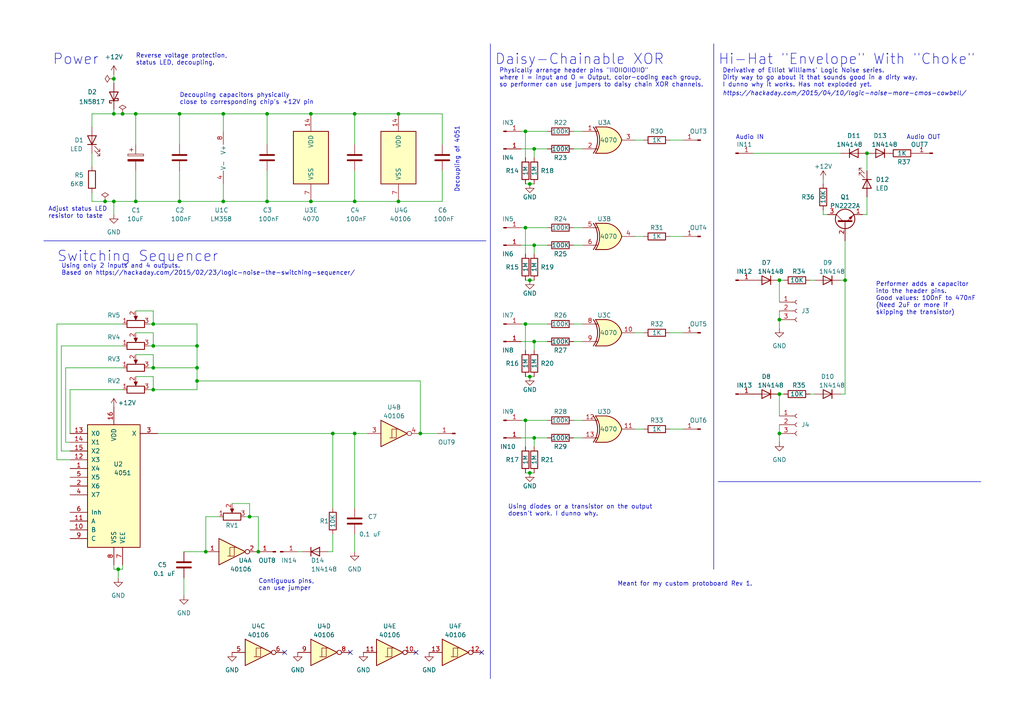
<source format=kicad_sch>
(kicad_sch (version 20220914) (generator eeschema)
  (paper "A4")
  (title_block (title "Percussions & Switching Sequencer") (date "2022-09-26") (rev "1E") (company "Aria Salvatrice"))
  (lib_symbols
    (symbol "4xxx:40106" (pin_names (offset 1.016))
      (property "Reference" "U" (at 0 1.27 0))
      (property "Value" "40106" (at 0 -1.27 0))
      (symbol "40106_1_0"
        (pin input line (at -7.62 0 0) (length 3.81) (name "~") (number "1"))
        (pin output inverted (at 7.62 0 180) (length 3.81) (name "~") (number "2"))
      )
      (symbol "40106_2_0"
        (pin input line (at -7.62 0 0) (length 3.81) (name "~") (number "3"))
        (pin output inverted (at 7.62 0 180) (length 3.81) (name "~") (number "4"))
      )
      (symbol "40106_3_0"
        (pin input line (at -7.62 0 0) (length 3.81) (name "~") (number "5"))
        (pin output inverted (at 7.62 0 180) (length 3.81) (name "~") (number "6"))
      )
      (symbol "40106_4_0"
        (pin output inverted (at 7.62 0 180) (length 3.81) (name "~") (number "8"))
        (pin input line (at -7.62 0 0) (length 3.81) (name "~") (number "9"))
      )
      (symbol "40106_5_0"
        (pin output inverted (at 7.62 0 180) (length 3.81) (name "~") (number "10"))
        (pin input line (at -7.62 0 0) (length 3.81) (name "~") (number "11"))
      )
      (symbol "40106_6_0"
        (pin output inverted (at 7.62 0 180) (length 3.81) (name "~") (number "12"))
        (pin input line (at -7.62 0 0) (length 3.81) (name "~") (number "13"))
      )
      (symbol "40106_7_0"
        (pin power_in line (at 0 12.7 270) (length 5.08) (name "VDD") (number "14"))
        (pin power_in line (at 0 -12.7 90) (length 5.08) (name "VSS") (number "7"))
      )
    )
    (symbol "4xxx:4051" (pin_names (offset 1.016))
      (property "Reference" "U" (at -7.62 19.05 0))
      (property "Value" "4051" (at -7.62 -19.05 0))
      (symbol "4051_1_0"
        (pin passive line (at -12.7 5.08 0) (length 5.08) (name "X4") (number "1"))
        (pin input line (at -12.7 -12.7 0) (length 5.08) (name "B") (number "10"))
        (pin input line (at -12.7 -10.16 0) (length 5.08) (name "A") (number "11"))
        (pin passive line (at -12.7 7.62 0) (length 5.08) (name "X3") (number "12"))
        (pin passive line (at -12.7 15.24 0) (length 5.08) (name "X0") (number "13"))
        (pin passive line (at -12.7 12.7 0) (length 5.08) (name "X1") (number "14"))
        (pin passive line (at -12.7 10.16 0) (length 5.08) (name "X2") (number "15"))
        (pin power_in line (at 0 22.86 270) (length 5.08) (name "VDD") (number "16"))
        (pin passive line (at -12.7 0 0) (length 5.08) (name "X6") (number "2"))
        (pin passive line (at 12.7 15.24 180) (length 5.08) (name "X") (number "3"))
        (pin passive line (at -12.7 -2.54 0) (length 5.08) (name "X7") (number "4"))
        (pin passive line (at -12.7 2.54 0) (length 5.08) (name "X5") (number "5"))
        (pin input line (at -12.7 -7.62 0) (length 5.08) (name "Inh") (number "6"))
        (pin power_in line (at 2.54 -22.86 90) (length 5.08) (name "VEE") (number "7"))
        (pin power_in line (at 0 -22.86 90) (length 5.08) (name "VSS") (number "8"))
        (pin input line (at -12.7 -15.24 0) (length 5.08) (name "C") (number "9"))
      )
    )
    (symbol "4xxx:4070" (pin_names (offset 1.016))
      (property "Reference" "U" (at 0 1.27 0))
      (property "Value" "4070" (at 0 -1.27 0))
      (symbol "4070_1_0"
        (pin input line (at -7.62 2.54 0) (length 4.445) (name "~") (number "1"))
        (pin input line (at -7.62 -2.54 0) (length 4.445) (name "~") (number "2"))
        (pin output line (at 7.62 0 180) (length 3.81) (name "~") (number "3"))
      )
      (symbol "4070_2_0"
        (pin output line (at 7.62 0 180) (length 3.81) (name "~") (number "4"))
        (pin input line (at -7.62 2.54 0) (length 4.445) (name "~") (number "5"))
        (pin input line (at -7.62 -2.54 0) (length 4.445) (name "~") (number "6"))
      )
      (symbol "4070_3_0"
        (pin output line (at 7.62 0 180) (length 3.81) (name "~") (number "10"))
        (pin input line (at -7.62 2.54 0) (length 4.445) (name "~") (number "8"))
        (pin input line (at -7.62 -2.54 0) (length 4.445) (name "~") (number "9"))
      )
      (symbol "4070_4_0"
        (pin output line (at 7.62 0 180) (length 3.81) (name "~") (number "11"))
        (pin input line (at -7.62 2.54 0) (length 4.445) (name "~") (number "12"))
        (pin input line (at -7.62 -2.54 0) (length 4.445) (name "~") (number "13"))
      )
      (symbol "4070_5_0"
        (pin power_in line (at 0 12.7 270) (length 5.08) (name "VDD") (number "14"))
        (pin power_in line (at 0 -12.7 90) (length 5.08) (name "VSS") (number "7"))
      )
    )
    (symbol "Amplifier_Operational:LM358" (pin_names (offset 0.127))
      (property "Reference" "U" (at 0 5.08 0))
      (property "Value" "LM358" (at 0 -5.08 0))
      (symbol "LM358_1_1"
        (pin output line (at 7.62 0 180) (length 2.54) (name "~") (number "1"))
        (pin input line (at -7.62 -2.54 0) (length 2.54) (name "-") (number "2"))
        (pin input line (at -7.62 2.54 0) (length 2.54) (name "+") (number "3"))
      )
      (symbol "LM358_2_1"
        (pin input line (at -7.62 2.54 0) (length 2.54) (name "+") (number "5"))
        (pin input line (at -7.62 -2.54 0) (length 2.54) (name "-") (number "6"))
        (pin output line (at 7.62 0 180) (length 2.54) (name "~") (number "7"))
      )
      (symbol "LM358_3_1"
        (pin power_in line (at -2.54 -7.62 90) (length 3.81) (name "V-") (number "4"))
        (pin power_in line (at -2.54 7.62 270) (length 3.81) (name "V+") (number "8"))
      )
    )
    (symbol "Connector:Conn_01x01_Male" (pin_names (offset 1.016) hide)
      (property "Reference" "J" (at 0 2.54 0))
      (property "Value" "Conn_01x01_Male" (at 0 -2.54 0))
      (symbol "Conn_01x01_Male_1_1"
        (pin passive line (at 5.08 0 180) (length 3.81) (name "Pin_1") (number "1"))
      )
    )
    (symbol "Connector:Conn_01x03_Female" (pin_names (offset 1.016) hide)
      (property "Reference" "J" (at 0 5.08 0))
      (property "Value" "Conn_01x03_Female" (at 0 -5.08 0))
      (symbol "Conn_01x03_Female_1_1"
        (pin passive line (at -5.08 2.54 0) (length 3.81) (name "Pin_1") (number "1"))
        (pin passive line (at -5.08 0 0) (length 3.81) (name "Pin_2") (number "2"))
        (pin passive line (at -5.08 -2.54 0) (length 3.81) (name "Pin_3") (number "3"))
      )
    )
    (symbol "Device:C" (pin_numbers hide) (pin_names (offset 0.254))
      (property "Reference" "C" (at 0.635 2.54 0))
      (property "Value" "C" (at 0.635 -2.54 0))
      (symbol "C_1_1"
        (pin passive line (at 0 3.81 270) (length 2.794) (name "~") (number "1"))
        (pin passive line (at 0 -3.81 90) (length 2.794) (name "~") (number "2"))
      )
    )
    (symbol "Device:C_Polarized" (pin_numbers hide) (pin_names (offset 0.254))
      (property "Reference" "C" (at 0.635 2.54 0))
      (property "Value" "C_Polarized" (at 0.635 -2.54 0))
      (symbol "C_Polarized_1_1"
        (pin passive line (at 0 3.81 270) (length 2.794) (name "~") (number "1"))
        (pin passive line (at 0 -3.81 90) (length 2.794) (name "~") (number "2"))
      )
    )
    (symbol "Device:LED" (pin_numbers hide) (pin_names (offset 1.016) hide)
      (property "Reference" "D" (at 0 2.54 0))
      (property "Value" "LED" (at 0 -2.54 0))
      (symbol "LED_1_1"
        (pin passive line (at -3.81 0 0) (length 2.54) (name "K") (number "1"))
        (pin passive line (at 3.81 0 180) (length 2.54) (name "A") (number "2"))
      )
    )
    (symbol "Device:R" (pin_numbers hide) (pin_names (offset 0))
      (property "Reference" "R" (at 2.032 0 90))
      (property "Value" "R" (at 0 0 90))
      (symbol "R_1_1"
        (pin passive line (at 0 3.81 270) (length 1.27) (name "~") (number "1"))
        (pin passive line (at 0 -3.81 90) (length 1.27) (name "~") (number "2"))
      )
    )
    (symbol "Device:R_Potentiometer" (pin_names (offset 1.016) hide)
      (property "Reference" "RV" (at -4.445 0 90))
      (property "Value" "R_Potentiometer" (at -2.54 0 90))
      (symbol "R_Potentiometer_1_1"
        (pin passive line (at 0 3.81 270) (length 1.27) (name "1") (number "1"))
        (pin passive line (at 3.81 0 180) (length 1.27) (name "2") (number "2"))
        (pin passive line (at 0 -3.81 90) (length 1.27) (name "3") (number "3"))
      )
    )
    (symbol "Diode:1N4148" (pin_numbers hide) (pin_names (offset 1.016) hide)
      (property "Reference" "D" (at 0 2.54 0))
      (property "Value" "1N4148" (at 0 -2.54 0))
      (symbol "1N4148_1_1"
        (pin passive line (at -3.81 0 0) (length 2.54) (name "K") (number "1"))
        (pin passive line (at 3.81 0 180) (length 2.54) (name "A") (number "2"))
      )
    )
    (symbol "Diode:1N5817" (pin_numbers hide) (pin_names (offset 1.016) hide)
      (property "Reference" "D" (at 0 2.54 0))
      (property "Value" "1N5817" (at 0 -2.54 0))
      (symbol "1N5817_1_1"
        (pin passive line (at -3.81 0 0) (length 2.54) (name "K") (number "1"))
        (pin passive line (at 3.81 0 180) (length 2.54) (name "A") (number "2"))
      )
    )
    (symbol "Transistor_BJT:PN2222A" (pin_names (offset 0) hide)
      (property "Reference" "Q" (at 5.08 1.905 0))
      (property "Value" "PN2222A" (at 5.08 0 0))
      (symbol "PN2222A_1_1"
        (pin passive line (at 2.54 -5.08 90) (length 2.54) (name "E") (number "1"))
        (pin input line (at -5.08 0 0) (length 5.08) (name "B") (number "2"))
        (pin passive line (at 2.54 5.08 270) (length 2.54) (name "C") (number "3"))
      )
    )
    (symbol "power:+12V" (power) (pin_names (offset 0))
      (property "Value" "+12V" (at 0 3.556 0))
      (symbol "+12V_1_1"
        (pin power_in line (at 0 0 90) (length 0) hide (name "+12V") (number "1"))
      )
    )
    (symbol "power:GND" (power) (pin_names (offset 0))
      (property "Value" "GND" (at 0 -3.81 0))
      (symbol "GND_1_1"
        (pin power_in line (at 0 0 270) (length 0) hide (name "GND") (number "1"))
      )
    )
    (symbol "power:PWR_FLAG" (power) (pin_numbers hide) (pin_names (offset 0) hide)
      (property "Value" "PWR_FLAG" (at 0 3.81 0))
      (symbol "PWR_FLAG_0_0"
        (pin power_out line (at 0 0 90) (length 0) (name "pwr") (number "1"))
      )
    )
  )
  (junction (at 77.47 58.42))
  (junction (at 153.67 53.34))
  (junction (at 226.06 114.3))
  (junction (at 44.45 93.98))
  (junction (at 34.29 165.1))
  (junction (at 57.15 100.33))
  (junction (at 30.48 58.42))
  (junction (at 154.94 43.18))
  (junction (at 64.77 33.02))
  (junction (at 152.4 66.04))
  (junction (at 245.11 81.28))
  (junction (at 102.87 33.02))
  (junction (at 57.15 106.68))
  (junction (at 153.67 109.22))
  (junction (at 102.87 58.42))
  (junction (at 64.77 58.42))
  (junction (at 44.45 113.03))
  (junction (at 154.94 99.06))
  (junction (at 115.57 58.42))
  (junction (at 33.02 22.86))
  (junction (at 153.67 137.16))
  (junction (at 39.37 58.42))
  (junction (at 251.46 44.45))
  (junction (at 74.93 160.02))
  (junction (at 152.4 38.1))
  (junction (at 154.94 127))
  (junction (at 152.4 121.92))
  (junction (at 226.06 92.71))
  (junction (at 59.69 160.02))
  (junction (at 154.94 71.12))
  (junction (at 44.45 106.68))
  (junction (at 152.4 93.98))
  (junction (at 153.67 81.28))
  (junction (at 226.06 81.28))
  (junction (at 115.57 33.02))
  (junction (at 121.92 125.73))
  (junction (at 77.47 33.02))
  (junction (at 52.07 33.02))
  (junction (at 33.02 33.02))
  (junction (at 226.06 125.73))
  (junction (at 90.17 58.42))
  (junction (at 33.02 58.42))
  (junction (at 39.37 33.02))
  (junction (at 90.17 33.02))
  (junction (at 72.39 149.86))
  (junction (at 57.15 110.49))
  (junction (at 102.87 125.73))
  (junction (at 35.56 33.02))
  (junction (at 96.52 125.73))
  (junction (at 52.07 58.42))
  (junction (at 44.45 100.33))
  (no_connect (at 139.7 189.23))
  (no_connect (at 120.65 189.23))
  (no_connect (at 101.6 189.23))
  (no_connect (at 82.55 189.23))
  (wire (pts (xy 59.69 149.86) (xy 63.5 149.86)))
  (wire (pts (xy 128.27 33.02) (xy 128.27 41.91)))
  (wire (pts (xy 234.95 81.28) (xy 236.22 81.28)))
  (wire (pts (xy 33.02 58.42) (xy 33.02 62.23)))
  (wire (pts (xy 166.37 121.92) (xy 168.91 121.92)))
  (wire (pts (xy 96.52 154.94) (xy 96.52 160.02)))
  (wire (pts (xy 33.02 31.75) (xy 33.02 33.02)))
  (wire (pts (xy 238.76 62.23) (xy 240.03 62.23)))
  (wire (pts (xy 43.18 93.98) (xy 44.45 93.98)))
  (wire (pts (xy 152.4 38.1) (xy 152.4 45.72)))
  (wire (pts (xy 17.78 130.81) (xy 17.78 100.33)))
  (wire (pts (xy 87.63 160.02) (xy 86.36 160.02)))
  (wire (pts (xy 53.34 172.72) (xy 53.34 167.64)))
  (wire (pts (xy 226.06 92.71) (xy 226.06 95.25)))
  (wire (pts (xy 64.77 53.34) (xy 64.77 58.42)))
  (wire (pts (xy 154.94 127) (xy 158.75 127)))
  (wire (pts (xy 152.4 66.04) (xy 152.4 73.66)))
  (wire (pts (xy 152.4 66.04) (xy 158.75 66.04)))
  (wire (pts (xy 151.13 127) (xy 154.94 127)))
  (wire (pts (xy 16.51 93.98) (xy 35.56 93.98)))
  (wire (pts (xy 154.94 99.06) (xy 158.75 99.06)))
  (wire (pts (xy 34.29 165.1) (xy 34.29 167.64)))
  (wire (pts (xy 52.07 49.53) (xy 52.07 58.42)))
  (wire (pts (xy 39.37 41.91) (xy 39.37 33.02)))
  (wire (pts (xy 96.52 125.73) (xy 96.52 147.32)))
  (wire (pts (xy 121.92 125.73) (xy 121.92 110.49)))
  (wire (pts (xy 166.37 71.12) (xy 168.91 71.12)))
  (wire (pts (xy 243.84 81.28) (xy 245.11 81.28)))
  (wire (pts (xy 194.31 40.64) (xy 198.12 40.64)))
  (wire (pts (xy 33.02 165.1) (xy 33.02 163.83)))
  (wire (pts (xy 77.47 58.42) (xy 90.17 58.42)))
  (wire (pts (xy 77.47 33.02) (xy 90.17 33.02)))
  (wire (pts (xy 33.02 165.1) (xy 34.29 165.1)))
  (wire (pts (xy 102.87 49.53) (xy 102.87 58.42)))
  (wire (pts (xy 35.56 165.1) (xy 35.56 163.83)))
  (wire (pts (xy 243.84 44.45) (xy 218.44 44.45)))
  (wire (pts (xy 74.93 149.86) (xy 74.93 160.02)))
  (wire (pts (xy 194.31 124.46) (xy 198.12 124.46)))
  (wire (pts (xy 57.15 100.33) (xy 57.15 106.68)))
  (wire (pts (xy 251.46 44.45) (xy 251.46 49.53)))
  (wire (pts (xy 26.67 33.02) (xy 33.02 33.02)))
  (wire (pts (xy 20.32 125.73) (xy 20.32 113.03)))
  (wire (pts (xy 115.57 33.02) (xy 128.27 33.02)))
  (wire (pts (xy 72.39 149.86) (xy 74.93 149.86)))
  (wire (pts (xy 57.15 110.49) (xy 57.15 113.03)))
  (wire (pts (xy 43.18 100.33) (xy 44.45 100.33)))
  (wire (pts (xy 19.05 106.68) (xy 19.05 128.27)))
  (wire (pts (xy 151.13 71.12) (xy 154.94 71.12)))
  (wire (pts (xy 152.4 93.98) (xy 152.4 101.6)))
  (wire (pts (xy 53.34 160.02) (xy 59.69 160.02)))
  (wire (pts (xy 30.48 58.42) (xy 33.02 58.42)))
  (wire (pts (xy 166.37 127) (xy 168.91 127)))
  (wire (pts (xy 166.37 99.06) (xy 168.91 99.06)))
  (wire (pts (xy 152.4 121.92) (xy 158.75 121.92)))
  (wire (pts (xy 184.15 96.52) (xy 186.69 96.52)))
  (wire (pts (xy 71.12 149.86) (xy 72.39 149.86)))
  (wire (pts (xy 34.29 165.1) (xy 35.56 165.1)))
  (wire (pts (xy 128.27 49.53) (xy 128.27 58.42)))
  (wire (pts (xy 152.4 121.92) (xy 152.4 129.54)))
  (wire (pts (xy 26.67 48.26) (xy 26.67 44.45)))
  (polyline (pts (xy 142.24 12.7) (xy 142.24 196.85)))
  (wire (pts (xy 39.37 49.53) (xy 39.37 58.42)))
  (wire (pts (xy 20.32 113.03) (xy 35.56 113.03)))
  (wire (pts (xy 44.45 96.52) (xy 44.45 100.33)))
  (wire (pts (xy 39.37 33.02) (xy 52.07 33.02)))
  (wire (pts (xy 26.67 36.83) (xy 26.67 33.02)))
  (wire (pts (xy 166.37 93.98) (xy 168.91 93.98)))
  (wire (pts (xy 39.37 109.22) (xy 44.45 109.22)))
  (wire (pts (xy 154.94 43.18) (xy 158.75 43.18)))
  (wire (pts (xy 16.51 93.98) (xy 16.51 133.35)))
  (wire (pts (xy 194.31 68.58) (xy 198.12 68.58)))
  (wire (pts (xy 90.17 58.42) (xy 102.87 58.42)))
  (wire (pts (xy 20.32 130.81) (xy 17.78 130.81)))
  (wire (pts (xy 35.56 33.02) (xy 39.37 33.02)))
  (wire (pts (xy 226.06 114.3) (xy 227.33 114.3)))
  (wire (pts (xy 33.02 22.86) (xy 33.02 24.13)))
  (wire (pts (xy 64.77 38.1) (xy 64.77 33.02)))
  (wire (pts (xy 39.37 96.52) (xy 44.45 96.52)))
  (wire (pts (xy 16.51 133.35) (xy 20.32 133.35)))
  (wire (pts (xy 166.37 43.18) (xy 168.91 43.18)))
  (wire (pts (xy 154.94 71.12) (xy 158.75 71.12)))
  (wire (pts (xy 95.25 160.02) (xy 96.52 160.02)))
  (wire (pts (xy 19.05 106.68) (xy 35.56 106.68)))
  (wire (pts (xy 102.87 33.02) (xy 102.87 41.91)))
  (wire (pts (xy 121.92 110.49) (xy 57.15 110.49)))
  (wire (pts (xy 19.05 128.27) (xy 20.32 128.27)))
  (wire (pts (xy 44.45 93.98) (xy 57.15 93.98)))
  (wire (pts (xy 115.57 58.42) (xy 128.27 58.42)))
  (wire (pts (xy 250.19 62.23) (xy 251.46 62.23)))
  (wire (pts (xy 259.08 44.45) (xy 257.81 44.45)))
  (wire (pts (xy 67.31 146.05) (xy 72.39 146.05)))
  (wire (pts (xy 44.45 102.87) (xy 44.45 106.68)))
  (wire (pts (xy 151.13 38.1) (xy 152.4 38.1)))
  (wire (pts (xy 226.06 114.3) (xy 226.06 120.65)))
  (wire (pts (xy 57.15 93.98) (xy 57.15 100.33)))
  (wire (pts (xy 127 125.73) (xy 121.92 125.73)))
  (wire (pts (xy 151.13 121.92) (xy 152.4 121.92)))
  (wire (pts (xy 234.95 114.3) (xy 236.22 114.3)))
  (wire (pts (xy 238.76 53.34) (xy 238.76 52.07)))
  (wire (pts (xy 102.87 33.02) (xy 115.57 33.02)))
  (wire (pts (xy 77.47 49.53) (xy 77.47 58.42)))
  (wire (pts (xy 152.4 93.98) (xy 158.75 93.98)))
  (wire (pts (xy 154.94 71.12) (xy 154.94 73.66)))
  (wire (pts (xy 57.15 106.68) (xy 57.15 110.49)))
  (wire (pts (xy 226.06 81.28) (xy 227.33 81.28)))
  (wire (pts (xy 64.77 33.02) (xy 77.47 33.02)))
  (wire (pts (xy 96.52 125.73) (xy 102.87 125.73)))
  (wire (pts (xy 245.11 81.28) (xy 245.11 114.3)))
  (wire (pts (xy 52.07 33.02) (xy 52.07 41.91)))
  (wire (pts (xy 39.37 90.17) (xy 44.45 90.17)))
  (wire (pts (xy 39.37 58.42) (xy 52.07 58.42)))
  (wire (pts (xy 44.45 90.17) (xy 44.45 93.98)))
  (wire (pts (xy 102.87 125.73) (xy 102.87 147.32)))
  (wire (pts (xy 184.15 40.64) (xy 186.69 40.64)))
  (wire (pts (xy 153.67 53.34) (xy 154.94 53.34)))
  (wire (pts (xy 152.4 38.1) (xy 158.75 38.1)))
  (wire (pts (xy 151.13 93.98) (xy 152.4 93.98)))
  (wire (pts (xy 90.17 33.02) (xy 102.87 33.02)))
  (wire (pts (xy 77.47 41.91) (xy 77.47 33.02)))
  (wire (pts (xy 17.78 100.33) (xy 35.56 100.33)))
  (wire (pts (xy 226.06 125.73) (xy 226.06 128.27)))
  (wire (pts (xy 152.4 109.22) (xy 153.67 109.22)))
  (wire (pts (xy 43.18 106.68) (xy 44.45 106.68)))
  (wire (pts (xy 59.69 160.02) (xy 59.69 149.86)))
  (wire (pts (xy 151.13 66.04) (xy 152.4 66.04)))
  (wire (pts (xy 226.06 90.17) (xy 226.06 92.71)))
  (wire (pts (xy 238.76 60.96) (xy 238.76 62.23)))
  (wire (pts (xy 39.37 102.87) (xy 44.45 102.87)))
  (polyline (pts (xy 207.01 12.7) (xy 207.01 165.1)))
  (wire (pts (xy 245.11 69.85) (xy 245.11 81.28)))
  (wire (pts (xy 184.15 68.58) (xy 186.69 68.58)))
  (wire (pts (xy 33.02 33.02) (xy 35.56 33.02)))
  (wire (pts (xy 154.94 43.18) (xy 154.94 45.72)))
  (wire (pts (xy 153.67 81.28) (xy 154.94 81.28)))
  (wire (pts (xy 251.46 57.15) (xy 251.46 62.23)))
  (wire (pts (xy 152.4 137.16) (xy 153.67 137.16)))
  (wire (pts (xy 43.18 113.03) (xy 44.45 113.03)))
  (wire (pts (xy 52.07 58.42) (xy 64.77 58.42)))
  (wire (pts (xy 152.4 81.28) (xy 153.67 81.28)))
  (wire (pts (xy 102.87 160.02) (xy 102.87 154.94)))
  (wire (pts (xy 184.15 124.46) (xy 186.69 124.46)))
  (wire (pts (xy 33.02 21.59) (xy 33.02 22.86)))
  (wire (pts (xy 45.72 125.73) (xy 96.52 125.73)))
  (wire (pts (xy 226.06 81.28) (xy 226.06 87.63)))
  (wire (pts (xy 152.4 53.34) (xy 153.67 53.34)))
  (wire (pts (xy 26.67 58.42) (xy 30.48 58.42)))
  (wire (pts (xy 166.37 66.04) (xy 168.91 66.04)))
  (wire (pts (xy 166.37 38.1) (xy 168.91 38.1)))
  (wire (pts (xy 44.45 109.22) (xy 44.45 113.03)))
  (wire (pts (xy 153.67 137.16) (xy 154.94 137.16)))
  (wire (pts (xy 64.77 58.42) (xy 77.47 58.42)))
  (wire (pts (xy 226.06 123.19) (xy 226.06 125.73)))
  (polyline (pts (xy 12.7 69.85) (xy 140.97 69.85)))
  (wire (pts (xy 154.94 127) (xy 154.94 129.54)))
  (wire (pts (xy 102.87 125.73) (xy 106.68 125.73)))
  (wire (pts (xy 154.94 99.06) (xy 154.94 101.6)))
  (wire (pts (xy 52.07 33.02) (xy 64.77 33.02)))
  (wire (pts (xy 194.31 96.52) (xy 198.12 96.52)))
  (polyline (pts (xy 208.28 139.7) (xy 284.48 139.7)))
  (wire (pts (xy 243.84 114.3) (xy 245.11 114.3)))
  (wire (pts (xy 26.67 58.42) (xy 26.67 55.88)))
  (wire (pts (xy 151.13 43.18) (xy 154.94 43.18)))
  (wire (pts (xy 44.45 106.68) (xy 57.15 106.68)))
  (wire (pts (xy 153.67 109.22) (xy 154.94 109.22)))
  (wire (pts (xy 72.39 146.05) (xy 72.39 149.86)))
  (wire (pts (xy 33.02 58.42) (xy 39.37 58.42)))
  (wire (pts (xy 44.45 113.03) (xy 57.15 113.03)))
  (wire (pts (xy 44.45 100.33) (xy 57.15 100.33)))
  (wire (pts (xy 102.87 58.42) (xy 115.57 58.42)))
  (wire (pts (xy 151.13 99.06) (xy 154.94 99.06)))
  (text "Audio IN" (at 213.36 40.64 0) (effects (font (size 1.27 1.27)) (justify left bottom)))
  (text "Contiguous pins,\ncan use jumper" (at 74.93 171.45 0) (effects (font (size 1.27 1.27)) (justify left bottom)))
  (text "Meant for my custom protoboard Rev 1." (at 179.07 170.18 0) (effects (font (size 1.27 1.27)) (justify left bottom)))
  (text "Performer adds a capacitor\ninto the header pins.\nGood values: 100nF to 470nF\n(Need 2uF or more if\nskipping the transistor)" (at 254 91.44 0) (effects (font (size 1.27 1.27)) (justify left bottom)))
  (text "Derivative of Elliot Williams' Logic Noise series.\nDirty way to go about it that sounds good in a dirty way.\nI dunno why it works. Has not exploded yet." (at 209.55 25.4 0) (effects (font (size 1.27 1.27)) (justify left bottom)))
  (text "Physically arrange header pins \"IIOIIOIIOIIO\" \nwhere I = input and O = Output, color-coding each group,\nso performer can use jumpers to daisy chain XOR channels." (at 144.78 25.4 0) (effects (font (size 1.27 1.27)) (justify left bottom)))
  (text "Switching Sequencer" (at 16.51 76.2 0) (effects (font (size 3 3)) (justify left bottom)))
  (text "Hi-Hat \"Envelope\" With \"Choke\"" (at 208.28 19.05 0) (effects (font (size 3 3)) (justify left bottom)))
  (text "Decoupling capacitors physically\nclose to corresponding chip's +12V pin\n" (at 52.07 30.48 0) (effects (font (size 1.27 1.27)) (justify left bottom)))
  (text "Daisy-Chainable XOR" (at 143.51 19.05 0) (effects (font (size 3 3)) (justify left bottom)))
  (text "Using only 2 inputs and 4 outputs.\nBased on https://hackaday.com/2015/02/23/logic-noise-the-switching-sequencer/" (at 17.78 80.01 0) (effects (font (size 1.27 1.27)) (justify left bottom)))
  (text "Decoupling of 4051" (at 133.35 55.88 90) (effects (font (size 1.27 1.27)) (justify left bottom)))
  (text "Using diodes or a transistor on the output\ndoesn't work. I dunno why." (at 147.32 149.86 0) (effects (font (size 1.27 1.27)) (justify left bottom)))
  (text "Adjust status LED\nresistor to taste" (at 13.97 63.5 0) (effects (font (size 1.27 1.27)) (justify left bottom)))
  (text "Reverse voltage protection,\nstatus LED, decoupling." (at 39.37 19.05 0) (effects (font (size 1.27 1.27)) (justify left bottom)))
  (text "Audio OUT" (at 262.89 40.64 0) (effects (font (size 1.27 1.27)) (justify left bottom)))
  (text "https://hackaday.com/2015/04/10/logic-noise-more-cmos-cowbell/" (at 209.55 27.94 0) (effects (font (size 1.27 1.27) italic) (justify left bottom)))
  (text "Power" (at 15.24 19.05 0) (effects (font (size 3 3)) (justify left bottom)))
  (symbol (lib_id "Connector:Conn_01x01_Male") (at 146.05 43.18 0) (unit 1)
    (default_instance (reference "") (unit 1) (value "") (footprint ""))
    (property "Reference" "IN4" (at 147.32 45.72 0))
    (property "Value" "Conn_01x01_Male" (effects hide))
  )
  (symbol (lib_id "Device:LED") (at 251.46 53.34 270) (unit 1)
    (default_instance (reference "") (unit 1) (value "") (footprint ""))
    (property "Reference" "D12" (at 254 52.07 90) (effects (justify left)))
    (property "Value" "LED" (at 254 54.61 90) (effects (justify left)))
  )
  (symbol (lib_id "4xxx:40106") (at 93.98 189.23 0) (unit 4)
    (default_instance (reference "U4") (unit 4) (value "40106") (footprint ""))
    (property "Reference" "U4" (at 93.98 181.61 0))
    (property "Value" "40106" (at 93.98 184.15 0))
    (property "Datasheet" "https://assets.nexperia.com/documents/data-sheet/HEF40106B.pdf" (effects hide))
  )
  (symbol (lib_id "Device:R") (at 152.4 133.35 180) (unit 1)
    (default_instance (reference "") (unit 1) (value "") (footprint ""))
    (property "Reference" "R17" (at 148.59 133.35 0))
    (property "Value" "1M" (at 152.4 133.35 90))
  )
  (symbol (lib_id "power:GND") (at 67.31 189.23 0) (unit 1)
    (default_instance (reference "") (unit 1) (value "") (footprint ""))
    (property "Reference" "#PWR04" (effects hide))
    (property "Value" "GND" (at 67.31 194.31 0))
  )
  (symbol (lib_id "4xxx:4070") (at 90.17 45.72 0) (unit 5)
    (default_instance (reference "") (unit 1) (value "") (footprint ""))
    (property "Reference" "U3" (at 90.17 60.96 0))
    (property "Value" "4070" (at 90.17 63.5 0))
    (property "Datasheet" "http://www.intersil.com/content/dam/Intersil/documents/cd40/cd4070bms-77bms.pdf" (effects hide))
  )
  (symbol (lib_id "Device:R") (at 231.14 114.3 90) (unit 1)
    (default_instance (reference "") (unit 1) (value "") (footprint ""))
    (property "Reference" "R35" (at 233.68 111.76 90) (effects (justify left)))
    (property "Value" "10K" (at 231.14 114.3 90))
  )
  (symbol (lib_id "4xxx:4051") (at 33.02 140.97 0) (unit 1)
    (default_instance (reference "U2") (unit 1) (value "4051") (footprint ""))
    (property "Reference" "U2" (at 34.29 134.62 0))
    (property "Value" "4051" (at 35.56 137.16 0))
    (property "Datasheet" "http://www.intersil.com/content/dam/Intersil/documents/cd40/cd4051bms-52bms-53bms.pdf" (effects hide))
  )
  (symbol (lib_id "Device:R") (at 162.56 99.06 90) (unit 1)
    (default_instance (reference "") (unit 1) (value "") (footprint ""))
    (property "Reference" "R27" (at 162.56 101.6 90))
    (property "Value" "100K" (at 162.56 99.06 90))
  )
  (symbol (lib_id "Device:C") (at 102.87 151.13 0) (unit 1)
    (default_instance (reference "") (unit 1) (value "") (footprint ""))
    (property "Reference" "C7" (at 106.68 149.86 0) (effects (justify left)))
    (property "Value" "0.1 uF" (at 104.14 154.94 0) (effects (justify left)))
  )
  (symbol (lib_id "Connector:Conn_01x01_Male") (at 203.2 68.58 180) (unit 1)
    (default_instance (reference "") (unit 1) (value "") (footprint ""))
    (property "Reference" "OUT4" (at 202.565 66.04 0))
    (property "Value" "Conn_01x01_Male" (effects hide))
  )
  (symbol (lib_id "Device:C") (at 102.87 45.72 0) (unit 1)
    (default_instance (reference "") (unit 1) (value "") (footprint ""))
    (property "Reference" "C4" (at 101.6 60.96 0) (effects (justify left)))
    (property "Value" "100nF" (at 100.33 63.5 0) (effects (justify left)))
  )
  (symbol (lib_id "power:GND") (at 153.67 53.34 0) (unit 1)
    (default_instance (reference "") (unit 1) (value "") (footprint ""))
    (property "Reference" "#PWR011" (effects hide))
    (property "Value" "GND" (at 153.67 57.15 0))
  )
  (symbol (lib_id "Device:C_Polarized") (at 39.37 45.72 0) (unit 1)
    (default_instance (reference "") (unit 1) (value "") (footprint ""))
    (property "Reference" "C1" (at 38.1 60.96 0) (effects (justify left)))
    (property "Value" "10uF" (at 36.83 63.5 0) (effects (justify left)))
  )
  (symbol (lib_id "Diode:1N4148") (at 240.03 114.3 180) (unit 1)
    (default_instance (reference "") (unit 1) (value "") (footprint ""))
    (property "Reference" "D10" (at 240.03 109.22 0))
    (property "Value" "1N4148" (at 241.3 111.76 0))
    (property "Footprint" "Diode_THT:D_DO-35_SOD27_P7.62mm_Horizontal" (effects hide))
    (property "Datasheet" "https://assets.nexperia.com/documents/data-sheet/1N4148_1N4448.pdf" (effects hide))
  )
  (symbol (lib_id "Connector:Conn_01x01_Male") (at 146.05 127 0) (unit 1)
    (default_instance (reference "") (unit 1) (value "") (footprint ""))
    (property "Reference" "IN10" (at 147.32 129.54 0))
    (property "Value" "Conn_01x01_Male" (effects hide))
  )
  (symbol (lib_id "power:GND") (at 153.67 109.22 0) (unit 1)
    (default_instance (reference "") (unit 1) (value "") (footprint ""))
    (property "Reference" "#PWR013" (effects hide))
    (property "Value" "GND" (at 153.67 113.03 0))
  )
  (symbol (lib_id "Connector:Conn_01x03_Female") (at 231.14 123.19 0) (unit 1)
    (default_instance (reference "") (unit 1) (value "") (footprint ""))
    (property "Reference" "J4" (at 232.41 123.1899 0) (effects (justify left)))
    (property "Value" "Conn_01x03_Female" (effects hide))
  )
  (symbol (lib_id "Transistor_BJT:PN2222A") (at 245.11 64.77 90) (unit 1)
    (default_instance (reference "") (unit 1) (value "") (footprint ""))
    (property "Reference" "Q1" (at 245.11 57.15 90))
    (property "Value" "PN2222A" (at 245.11 59.69 90))
    (property "Footprint" "Package_TO_SOT_THT:TO-92_Inline" (effects hide))
    (property "Datasheet" "https://www.onsemi.com/pub/Collateral/PN2222-D.PDF" (effects hide))
  )
  (symbol (lib_id "Diode:1N4148") (at 222.25 81.28 180) (unit 1)
    (default_instance (reference "") (unit 1) (value "") (footprint ""))
    (property "Reference" "D7" (at 222.25 76.2 0))
    (property "Value" "1N4148" (at 223.52 78.74 0))
    (property "Footprint" "Diode_THT:D_DO-35_SOD27_P7.62mm_Horizontal" (effects hide))
    (property "Datasheet" "https://assets.nexperia.com/documents/data-sheet/1N4148_1N4448.pdf" (effects hide))
  )
  (symbol (lib_id "Device:R") (at 154.94 105.41 180) (unit 1)
    (default_instance (reference "") (unit 1) (value "") (footprint ""))
    (property "Reference" "R20" (at 158.75 105.41 0))
    (property "Value" "1M" (at 154.94 105.41 90))
  )
  (symbol (lib_id "Connector:Conn_01x01_Male") (at 213.36 81.28 0) (unit 1)
    (default_instance (reference "") (unit 1) (value "") (footprint ""))
    (property "Reference" "IN12" (at 215.9 78.74 0))
    (property "Value" "Conn_01x01_Male" (effects hide))
  )
  (symbol (lib_id "Device:R_Potentiometer") (at 39.37 93.98 90) (unit 1)
    (default_instance (reference "RV1") (unit 1) (value "R_Potentiometer") (footprint ""))
    (property "Reference" "RV5" (at 33.02 91.44 90))
    (property "Value" "R_Potentiometer" (effects hide))
  )
  (symbol (lib_id "4xxx:4070") (at 176.53 40.64 0) (unit 1)
    (default_instance (reference "") (unit 1) (value "") (footprint ""))
    (property "Reference" "U3" (at 175.26 35.56 0))
    (property "Value" "4070" (at 176.53 40.64 0))
    (property "Datasheet" "http://www.intersil.com/content/dam/Intersil/documents/cd40/cd4070bms-77bms.pdf" (effects hide))
  )
  (symbol (lib_id "Diode:1N4148") (at 91.44 160.02 0) (unit 1)
    (default_instance (reference "") (unit 1) (value "") (footprint ""))
    (property "Reference" "D14" (at 90.17 162.56 0) (effects (justify left)))
    (property "Value" "1N4148" (at 90.17 165.1 0) (effects (justify left)))
    (property "Footprint" "Diode_THT:D_DO-35_SOD27_P7.62mm_Horizontal" (effects hide))
    (property "Datasheet" "https://assets.nexperia.com/documents/data-sheet/1N4148_1N4448.pdf" (effects hide))
  )
  (symbol (lib_id "Device:R") (at 162.56 93.98 90) (unit 1)
    (default_instance (reference "") (unit 1) (value "") (footprint ""))
    (property "Reference" "R26" (at 162.56 91.44 90))
    (property "Value" "100K" (at 162.56 93.98 90))
  )
  (symbol (lib_id "power:GND") (at 53.34 172.72 0) (unit 1)
    (default_instance (reference "") (unit 1) (value "") (footprint ""))
    (property "Reference" "#PWR04" (effects hide))
    (property "Value" "GND" (at 53.34 177.8 0))
  )
  (symbol (lib_id "power:GND") (at 153.67 137.16 0) (unit 1)
    (default_instance (reference "") (unit 1) (value "") (footprint ""))
    (property "Reference" "#PWR014" (effects hide))
    (property "Value" "GND" (at 153.67 140.97 0))
  )
  (symbol (lib_id "Device:R") (at 190.5 40.64 90) (unit 1)
    (default_instance (reference "") (unit 1) (value "") (footprint ""))
    (property "Reference" "R30" (at 190.5 38.1 90))
    (property "Value" "1K" (at 190.5 40.64 90))
  )
  (symbol (lib_id "4xxx:40106") (at 67.31 160.02 0) (unit 1)
    (default_instance (reference "U4") (unit 1) (value "40106") (footprint ""))
    (property "Reference" "U4" (at 71.12 162.56 0))
    (property "Value" "40106" (at 69.85 165.1 0))
    (property "Datasheet" "https://assets.nexperia.com/documents/data-sheet/HEF40106B.pdf" (effects hide))
  )
  (symbol (lib_id "Connector:Conn_01x01_Male") (at 146.05 71.12 0) (unit 1)
    (default_instance (reference "") (unit 1) (value "") (footprint ""))
    (property "Reference" "IN6" (at 147.32 73.66 0))
    (property "Value" "Conn_01x01_Male" (effects hide))
  )
  (symbol (lib_id "Device:R") (at 26.67 52.07 0) (unit 1)
    (default_instance (reference "") (unit 1) (value "") (footprint ""))
    (property "Reference" "R5" (at 21.59 50.8 0) (effects (justify left)))
    (property "Value" "6K8" (at 20.32 53.34 0) (effects (justify left)))
  )
  (symbol (lib_id "Device:R") (at 238.76 57.15 0) (unit 1)
    (default_instance (reference "") (unit 1) (value "") (footprint ""))
    (property "Reference" "R36" (at 232.41 57.15 0) (effects (justify left)))
    (property "Value" "10K" (at 238.76 57.15 90))
  )
  (symbol (lib_id "Connector:Conn_01x01_Male") (at 203.2 124.46 180) (unit 1)
    (default_instance (reference "") (unit 1) (value "") (footprint ""))
    (property "Reference" "OUT6" (at 202.565 121.92 0))
    (property "Value" "Conn_01x01_Male" (effects hide))
  )
  (symbol (lib_id "Connector:Conn_01x01_Male") (at 213.36 114.3 0) (unit 1)
    (default_instance (reference "") (unit 1) (value "") (footprint ""))
    (property "Reference" "IN13" (at 215.9 111.76 0))
    (property "Value" "Conn_01x01_Male" (effects hide))
  )
  (symbol (lib_id "Device:R_Potentiometer") (at 39.37 100.33 90) (unit 1)
    (default_instance (reference "RV1") (unit 1) (value "R_Potentiometer") (footprint ""))
    (property "Reference" "RV4" (at 33.02 97.79 90))
    (property "Value" "R_Potentiometer" (effects hide))
  )
  (symbol (lib_id "power:GND") (at 102.87 160.02 0) (unit 1)
    (default_instance (reference "") (unit 1) (value "") (footprint ""))
    (property "Reference" "#PWR04" (effects hide))
    (property "Value" "GND" (at 102.87 165.1 0))
  )
  (symbol (lib_id "Connector:Conn_01x01_Male") (at 146.05 66.04 0) (unit 1)
    (default_instance (reference "") (unit 1) (value "") (footprint ""))
    (property "Reference" "IN5" (at 147.32 63.5 0))
    (property "Value" "Conn_01x01_Male" (effects hide))
  )
  (symbol (lib_id "Device:R_Potentiometer") (at 39.37 106.68 90) (unit 1)
    (default_instance (reference "RV1") (unit 1) (value "R_Potentiometer") (footprint ""))
    (property "Reference" "RV3" (at 33.02 104.14 90))
    (property "Value" "R_Potentiometer" (effects hide))
  )
  (symbol (lib_id "Connector:Conn_01x01_Male") (at 132.08 125.73 180) (unit 1)
    (default_instance (reference "") (unit 1) (value "") (footprint ""))
    (property "Reference" "OUT9" (at 129.54 128.27 0))
    (property "Value" "Conn_01x01_Male" (effects hide))
  )
  (symbol (lib_id "Diode:1N4148") (at 240.03 81.28 180) (unit 1)
    (default_instance (reference "") (unit 1) (value "") (footprint ""))
    (property "Reference" "D9" (at 240.03 76.2 0))
    (property "Value" "1N4148" (at 241.3 78.74 0))
    (property "Footprint" "Diode_THT:D_DO-35_SOD27_P7.62mm_Horizontal" (effects hide))
    (property "Datasheet" "https://assets.nexperia.com/documents/data-sheet/1N4148_1N4448.pdf" (effects hide))
  )
  (symbol (lib_id "Device:R_Potentiometer") (at 67.31 149.86 90) (unit 1)
    (default_instance (reference "RV1") (unit 1) (value "R_Potentiometer") (footprint ""))
    (property "Reference" "RV1" (at 67.31 152.4 90))
    (property "Value" "R_Potentiometer" (effects hide))
  )
  (symbol (lib_id "power:GND") (at 153.67 81.28 0) (unit 1)
    (default_instance (reference "") (unit 1) (value "") (footprint ""))
    (property "Reference" "#PWR012" (effects hide))
    (property "Value" "GND" (at 153.67 85.09 0))
  )
  (symbol (lib_id "4xxx:4070") (at 176.53 124.46 0) (unit 4)
    (default_instance (reference "") (unit 1) (value "") (footprint ""))
    (property "Reference" "U3" (at 175.26 119.38 0))
    (property "Value" "4070" (at 176.53 124.46 0))
    (property "Datasheet" "http://www.intersil.com/content/dam/Intersil/documents/cd40/cd4070bms-77bms.pdf" (effects hide))
  )
  (symbol (lib_id "Device:C") (at 128.27 45.72 0) (unit 1)
    (default_instance (reference "") (unit 1) (value "") (footprint ""))
    (property "Reference" "C6" (at 127 60.96 0) (effects (justify left)))
    (property "Value" "100nF" (at 125.73 63.5 0) (effects (justify left)))
  )
  (symbol (lib_id "Diode:1N4148") (at 247.65 44.45 0) (unit 1)
    (default_instance (reference "") (unit 1) (value "") (footprint ""))
    (property "Reference" "D11" (at 247.65 39.37 0))
    (property "Value" "1N4148" (at 246.38 41.91 0))
    (property "Footprint" "Diode_THT:D_DO-35_SOD27_P7.62mm_Horizontal" (effects hide))
    (property "Datasheet" "https://assets.nexperia.com/documents/data-sheet/1N4148_1N4448.pdf" (effects hide))
  )
  (symbol (lib_id "4xxx:40106") (at 113.03 189.23 0) (unit 5)
    (default_instance (reference "U4") (unit 5) (value "40106") (footprint ""))
    (property "Reference" "U4" (at 113.03 181.61 0))
    (property "Value" "40106" (at 113.03 184.15 0))
    (property "Datasheet" "https://assets.nexperia.com/documents/data-sheet/HEF40106B.pdf" (effects hide))
  )
  (symbol (lib_id "power:GND") (at 33.02 62.23 0) (unit 1)
    (default_instance (reference "") (unit 1) (value "") (footprint ""))
    (property "Reference" "#PWR04" (effects hide))
    (property "Value" "GND" (at 33.02 67.31 0))
  )
  (symbol (lib_id "power:PWR_FLAG") (at 33.02 22.86 90) (unit 1)
    (default_instance (reference "") (unit 1) (value "") (footprint ""))
    (property "Reference" "#FLG02" (effects hide))
    (property "Value" "PWR_FLAG" (effects hide))
  )
  (symbol (lib_id "power:GND") (at 105.41 189.23 0) (unit 1)
    (default_instance (reference "") (unit 1) (value "") (footprint ""))
    (property "Reference" "#PWR04" (effects hide))
    (property "Value" "GND" (at 105.41 194.31 0))
  )
  (symbol (lib_id "Connector:Conn_01x01_Male") (at 203.2 96.52 180) (unit 1)
    (default_instance (reference "") (unit 1) (value "") (footprint ""))
    (property "Reference" "OUT5" (at 202.565 93.98 0))
    (property "Value" "Conn_01x01_Male" (effects hide))
  )
  (symbol (lib_id "4xxx:40106") (at 74.93 189.23 0) (unit 3)
    (default_instance (reference "U4") (unit 3) (value "40106") (footprint ""))
    (property "Reference" "U4" (at 74.93 181.61 0))
    (property "Value" "40106" (at 74.93 184.15 0))
    (property "Datasheet" "https://assets.nexperia.com/documents/data-sheet/HEF40106B.pdf" (effects hide))
  )
  (symbol (lib_id "Connector:Conn_01x01_Male") (at 146.05 121.92 0) (unit 1)
    (default_instance (reference "") (unit 1) (value "") (footprint ""))
    (property "Reference" "IN9" (at 147.32 119.38 0))
    (property "Value" "Conn_01x01_Male" (effects hide))
  )
  (symbol (lib_id "Connector:Conn_01x01_Male") (at 81.28 160.02 0) (unit 1)
    (default_instance (reference "") (unit 1) (value "") (footprint ""))
    (property "Reference" "IN14" (at 83.82 162.56 0))
    (property "Value" "Conn_01x01_Male" (effects hide))
  )
  (symbol (lib_id "4xxx:4070") (at 176.53 68.58 0) (unit 2)
    (default_instance (reference "") (unit 1) (value "") (footprint ""))
    (property "Reference" "U3" (at 175.26 63.5 0))
    (property "Value" "4070" (at 176.53 68.58 0))
    (property "Datasheet" "http://www.intersil.com/content/dam/Intersil/documents/cd40/cd4070bms-77bms.pdf" (effects hide))
  )
  (symbol (lib_id "power:+12V") (at 33.02 118.11 0) (unit 1)
    (default_instance (reference "") (unit 1) (value "") (footprint ""))
    (property "Reference" "#PWR03" (effects hide))
    (property "Value" "+12V" (at 36.83 116.84 0))
  )
  (symbol (lib_id "Amplifier_Operational:LM358") (at 67.31 45.72 0) (unit 3)
    (default_instance (reference "") (unit 1) (value "") (footprint ""))
    (property "Reference" "U1" (at 62.23 60.96 0) (effects (justify left)))
    (property "Value" "LM358" (at 60.96 63.5 0) (effects (justify left)))
    (property "Datasheet" "http://www.ti.com/lit/ds/symlink/lm2904-n.pdf" (effects hide))
  )
  (symbol (lib_id "Device:R") (at 152.4 105.41 180) (unit 1)
    (default_instance (reference "") (unit 1) (value "") (footprint ""))
    (property "Reference" "R16" (at 148.59 105.41 0))
    (property "Value" "1M" (at 152.4 105.41 90))
  )
  (symbol (lib_id "power:GND") (at 86.36 189.23 0) (unit 1)
    (default_instance (reference "") (unit 1) (value "") (footprint ""))
    (property "Reference" "#PWR04" (effects hide))
    (property "Value" "GND" (at 86.36 194.31 0))
  )
  (symbol (lib_id "Device:R_Potentiometer") (at 39.37 113.03 90) (unit 1)
    (default_instance (reference "RV1") (unit 1) (value "R_Potentiometer") (footprint ""))
    (property "Reference" "RV2" (at 33.02 110.49 90))
    (property "Value" "R_Potentiometer" (effects hide))
  )
  (symbol (lib_id "Device:C") (at 53.34 163.83 0) (unit 1)
    (default_instance (reference "") (unit 1) (value "") (footprint ""))
    (property "Reference" "C5" (at 45.72 163.83 0) (effects (justify left)))
    (property "Value" "0.1 uF" (at 44.45 166.37 0) (effects (justify left)))
  )
  (symbol (lib_id "Device:R") (at 190.5 68.58 90) (unit 1)
    (default_instance (reference "") (unit 1) (value "") (footprint ""))
    (property "Reference" "R31" (at 190.5 66.04 90))
    (property "Value" "1K" (at 190.5 68.58 90))
  )
  (symbol (lib_id "Device:C") (at 52.07 45.72 0) (unit 1)
    (default_instance (reference "") (unit 1) (value "") (footprint ""))
    (property "Reference" "C2" (at 50.8 60.96 0) (effects (justify left)))
    (property "Value" "100nF" (at 49.53 63.5 0) (effects (justify left)))
  )
  (symbol (lib_id "Device:R") (at 154.94 77.47 180) (unit 1)
    (default_instance (reference "") (unit 1) (value "") (footprint ""))
    (property "Reference" "R19" (at 158.75 77.47 0))
    (property "Value" "1M" (at 154.94 77.47 90))
  )
  (symbol (lib_id "Connector:Conn_01x03_Female") (at 231.14 90.17 0) (unit 1)
    (default_instance (reference "") (unit 1) (value "") (footprint ""))
    (property "Reference" "J3" (at 232.41 90.1699 0) (effects (justify left)))
    (property "Value" "Conn_01x03_Female" (effects hide))
  )
  (symbol (lib_id "power:+12V") (at 33.02 21.59 0) (unit 1)
    (default_instance (reference "") (unit 1) (value "") (footprint ""))
    (property "Reference" "#PWR03" (effects hide))
    (property "Value" "+12V" (at 33.02 16.51 0))
  )
  (symbol (lib_id "4xxx:4070") (at 176.53 96.52 0) (unit 3)
    (default_instance (reference "") (unit 1) (value "") (footprint ""))
    (property "Reference" "U3" (at 175.26 91.44 0))
    (property "Value" "4070" (at 176.53 96.52 0))
    (property "Datasheet" "http://www.intersil.com/content/dam/Intersil/documents/cd40/cd4070bms-77bms.pdf" (effects hide))
  )
  (symbol (lib_id "Connector:Conn_01x01_Male") (at 270.51 44.45 180) (unit 1)
    (default_instance (reference "") (unit 1) (value "") (footprint ""))
    (property "Reference" "OUT7" (at 266.7 41.91 0))
    (property "Value" "Conn_01x01_Male" (effects hide))
  )
  (symbol (lib_id "Device:R") (at 261.62 44.45 90) (unit 1)
    (default_instance (reference "") (unit 1) (value "") (footprint ""))
    (property "Reference" "R37" (at 264.16 46.99 90) (effects (justify left)))
    (property "Value" "1K" (at 261.62 44.45 90))
  )
  (symbol (lib_id "power:GND") (at 226.06 95.25 0) (unit 1)
    (default_instance (reference "") (unit 1) (value "") (footprint ""))
    (property "Reference" "#PWR015" (effects hide))
    (property "Value" "GND" (at 226.06 100.33 0))
  )
  (symbol (lib_id "Device:R") (at 162.56 43.18 90) (unit 1)
    (default_instance (reference "") (unit 1) (value "") (footprint ""))
    (property "Reference" "R23" (at 162.56 45.72 90))
    (property "Value" "100K" (at 162.56 43.18 90))
  )
  (symbol (lib_id "Device:R") (at 96.52 151.13 0) (unit 1)
    (default_instance (reference "R1") (unit 1) (value "10K") (footprint ""))
    (property "Reference" "R1" (at 92.71 151.13 0) (effects (justify left)))
    (property "Value" "10K" (at 96.52 151.13 90))
  )
  (symbol (lib_id "power:PWR_FLAG") (at 35.56 33.02 0) (unit 1)
    (default_instance (reference "") (unit 1) (value "") (footprint ""))
    (property "Reference" "#FLG03" (effects hide))
    (property "Value" "PWR_FLAG" (effects hide))
  )
  (symbol (lib_id "4xxx:40106") (at 114.3 125.73 0) (unit 2)
    (default_instance (reference "U4") (unit 2) (value "40106") (footprint ""))
    (property "Reference" "U4" (at 114.3 118.11 0))
    (property "Value" "40106" (at 114.3 120.65 0))
    (property "Datasheet" "https://assets.nexperia.com/documents/data-sheet/HEF40106B.pdf" (effects hide))
  )
  (symbol (lib_id "Device:R") (at 162.56 121.92 90) (unit 1)
    (default_instance (reference "") (unit 1) (value "") (footprint ""))
    (property "Reference" "R28" (at 162.56 119.38 90))
    (property "Value" "100K" (at 162.56 121.92 90))
  )
  (symbol (lib_id "power:GND") (at 34.29 167.64 0) (unit 1)
    (default_instance (reference "") (unit 1) (value "") (footprint ""))
    (property "Reference" "#PWR04" (effects hide))
    (property "Value" "GND" (at 34.29 172.72 0))
  )
  (symbol (lib_id "Device:R") (at 152.4 77.47 180) (unit 1)
    (default_instance (reference "") (unit 1) (value "") (footprint ""))
    (property "Reference" "R15" (at 148.59 77.47 0))
    (property "Value" "1M" (at 152.4 77.47 90))
  )
  (symbol (lib_id "Device:R") (at 162.56 127 90) (unit 1)
    (default_instance (reference "") (unit 1) (value "") (footprint ""))
    (property "Reference" "R29" (at 162.56 129.54 90))
    (property "Value" "100K" (at 162.56 127 90))
  )
  (symbol (lib_id "Device:R") (at 231.14 81.28 90) (unit 1)
    (default_instance (reference "") (unit 1) (value "") (footprint ""))
    (property "Reference" "R34" (at 233.68 78.74 90) (effects (justify left)))
    (property "Value" "10K" (at 231.14 81.28 90))
  )
  (symbol (lib_id "Diode:1N5817") (at 33.02 27.94 90) (unit 1)
    (default_instance (reference "") (unit 1) (value "") (footprint ""))
    (property "Reference" "D2" (at 25.4 26.67 90) (effects (justify right)))
    (property "Value" "1N5817" (at 22.86 29.5274 90) (effects (justify right)))
    (property "Footprint" "Diode_THT:D_DO-41_SOD81_P10.16mm_Horizontal" (effects hide))
    (property "Datasheet" "http://www.vishay.com/docs/88525/1n5817.pdf" (effects hide))
  )
  (symbol (lib_id "Connector:Conn_01x01_Male") (at 203.2 40.64 180) (unit 1)
    (default_instance (reference "") (unit 1) (value "") (footprint ""))
    (property "Reference" "OUT3" (at 202.565 38.1 0))
    (property "Value" "Conn_01x01_Male" (effects hide))
  )
  (symbol (lib_id "Device:R") (at 154.94 133.35 180) (unit 1)
    (default_instance (reference "") (unit 1) (value "") (footprint ""))
    (property "Reference" "R21" (at 158.75 133.35 0))
    (property "Value" "1M" (at 154.94 133.35 90))
  )
  (symbol (lib_id "Device:R") (at 190.5 124.46 90) (unit 1)
    (default_instance (reference "") (unit 1) (value "") (footprint ""))
    (property "Reference" "R33" (at 190.5 121.92 90))
    (property "Value" "1K" (at 190.5 124.46 90))
  )
  (symbol (lib_id "power:GND") (at 124.46 189.23 0) (unit 1)
    (default_instance (reference "") (unit 1) (value "") (footprint ""))
    (property "Reference" "#PWR04" (effects hide))
    (property "Value" "GND" (at 124.46 194.31 0))
  )
  (symbol (lib_id "Diode:1N4148") (at 255.27 44.45 180) (unit 1)
    (default_instance (reference "") (unit 1) (value "") (footprint ""))
    (property "Reference" "D13" (at 255.27 39.37 0))
    (property "Value" "1N4148" (at 256.54 41.91 0))
    (property "Footprint" "Diode_THT:D_DO-35_SOD27_P7.62mm_Horizontal" (effects hide))
    (property "Datasheet" "https://assets.nexperia.com/documents/data-sheet/1N4148_1N4448.pdf" (effects hide))
  )
  (symbol (lib_id "Connector:Conn_01x01_Male") (at 146.05 38.1 0) (unit 1)
    (default_instance (reference "") (unit 1) (value "") (footprint ""))
    (property "Reference" "IN3" (at 147.32 35.56 0))
    (property "Value" "Conn_01x01_Male" (effects hide))
  )
  (symbol (lib_id "Device:R") (at 162.56 66.04 90) (unit 1)
    (default_instance (reference "") (unit 1) (value "") (footprint ""))
    (property "Reference" "R24" (at 162.56 63.5 90))
    (property "Value" "100K" (at 162.56 66.04 90))
  )
  (symbol (lib_id "power:GND") (at 226.06 128.27 0) (unit 1)
    (default_instance (reference "") (unit 1) (value "") (footprint ""))
    (property "Reference" "#PWR016" (effects hide))
    (property "Value" "GND" (at 226.06 133.35 0))
  )
  (symbol (lib_id "4xxx:40106") (at 132.08 189.23 0) (unit 6)
    (default_instance (reference "U4") (unit 6) (value "40106") (footprint ""))
    (property "Reference" "U4" (at 132.08 181.61 0))
    (property "Value" "40106" (at 132.08 184.15 0))
    (property "Datasheet" "https://assets.nexperia.com/documents/data-sheet/HEF40106B.pdf" (effects hide))
  )
  (symbol (lib_id "Diode:1N4148") (at 222.25 114.3 180) (unit 1)
    (default_instance (reference "") (unit 1) (value "") (footprint ""))
    (property "Reference" "D8" (at 222.25 109.22 0))
    (property "Value" "1N4148" (at 223.52 111.76 0))
    (property "Footprint" "Diode_THT:D_DO-35_SOD27_P7.62mm_Horizontal" (effects hide))
    (property "Datasheet" "https://assets.nexperia.com/documents/data-sheet/1N4148_1N4448.pdf" (effects hide))
  )
  (symbol (lib_id "power:PWR_FLAG") (at 30.48 58.42 0) (unit 1)
    (default_instance (reference "") (unit 1) (value "") (footprint ""))
    (property "Reference" "#FLG01" (effects hide))
    (property "Value" "PWR_FLAG" (effects hide))
  )
  (symbol (lib_id "power:+12V") (at 238.76 52.07 0) (unit 1)
    (default_instance (reference "") (unit 1) (value "") (footprint ""))
    (property "Reference" "#PWR017" (effects hide))
    (property "Value" "+12V" (at 238.76 48.26 0))
  )
  (symbol (lib_id "Connector:Conn_01x01_Male") (at 146.05 99.06 0) (unit 1)
    (default_instance (reference "") (unit 1) (value "") (footprint ""))
    (property "Reference" "IN8" (at 147.32 101.6 0))
    (property "Value" "Conn_01x01_Male" (effects hide))
  )
  (symbol (lib_id "Device:R") (at 152.4 49.53 180) (unit 1)
    (default_instance (reference "") (unit 1) (value "") (footprint ""))
    (property "Reference" "R14" (at 148.59 49.53 0))
    (property "Value" "1M" (at 152.4 49.53 90))
  )
  (symbol (lib_id "Device:LED") (at 26.67 40.64 90) (unit 1)
    (default_instance (reference "") (unit 1) (value "") (footprint ""))
    (property "Reference" "D1" (at 21.59 40.64 90) (effects (justify right)))
    (property "Value" "LED" (at 20.32 43.18 90) (effects (justify right)))
  )
  (symbol (lib_id "Connector:Conn_01x01_Male") (at 146.05 93.98 0) (unit 1)
    (default_instance (reference "") (unit 1) (value "") (footprint ""))
    (property "Reference" "IN7" (at 147.32 91.44 0))
    (property "Value" "Conn_01x01_Male" (effects hide))
  )
  (symbol (lib_id "Device:R") (at 162.56 38.1 90) (unit 1)
    (default_instance (reference "") (unit 1) (value "") (footprint ""))
    (property "Reference" "R22" (at 162.56 35.56 90))
    (property "Value" "100K" (at 162.56 38.1 90))
  )
  (symbol (lib_id "Device:R") (at 154.94 49.53 180) (unit 1)
    (default_instance (reference "") (unit 1) (value "") (footprint ""))
    (property "Reference" "R18" (at 158.75 49.53 0))
    (property "Value" "1M" (at 154.94 49.53 90))
  )
  (symbol (lib_id "4xxx:40106") (at 115.57 45.72 0) (unit 7)
    (default_instance (reference "U4") (unit 7) (value "40106") (footprint ""))
    (property "Reference" "U4" (at 114.3 60.96 0) (effects (justify left)))
    (property "Value" "40106" (at 113.03 63.5 0) (effects (justify left)))
    (property "Datasheet" "https://assets.nexperia.com/documents/data-sheet/HEF40106B.pdf" (effects hide))
  )
  (symbol (lib_id "Connector:Conn_01x01_Male") (at 80.01 160.02 180) (unit 1)
    (default_instance (reference "") (unit 1) (value "") (footprint ""))
    (property "Reference" "OUT8" (at 77.47 162.56 0))
    (property "Value" "Conn_01x01_Male" (effects hide))
  )
  (symbol (lib_id "Device:C") (at 77.47 45.72 0) (unit 1)
    (default_instance (reference "") (unit 1) (value "") (footprint ""))
    (property "Reference" "C3" (at 76.2 60.96 0) (effects (justify left)))
    (property "Value" "100nF" (at 74.93 63.5 0) (effects (justify left)))
  )
  (symbol (lib_id "Device:R") (at 162.56 71.12 90) (unit 1)
    (default_instance (reference "") (unit 1) (value "") (footprint ""))
    (property "Reference" "R25" (at 162.56 73.66 90))
    (property "Value" "100K" (at 162.56 71.12 90))
  )
  (symbol (lib_id "Connector:Conn_01x01_Male") (at 213.36 44.45 0) (unit 1)
    (default_instance (reference "") (unit 1) (value "") (footprint ""))
    (property "Reference" "IN11" (at 215.9 41.91 0))
    (property "Value" "Conn_01x01_Male" (effects hide))
  )
  (symbol (lib_id "Device:R") (at 190.5 96.52 90) (unit 1)
    (default_instance (reference "") (unit 1) (value "") (footprint ""))
    (property "Reference" "R32" (at 190.5 93.98 90))
    (property "Value" "1K" (at 190.5 96.52 90))
  )
)
</source>
